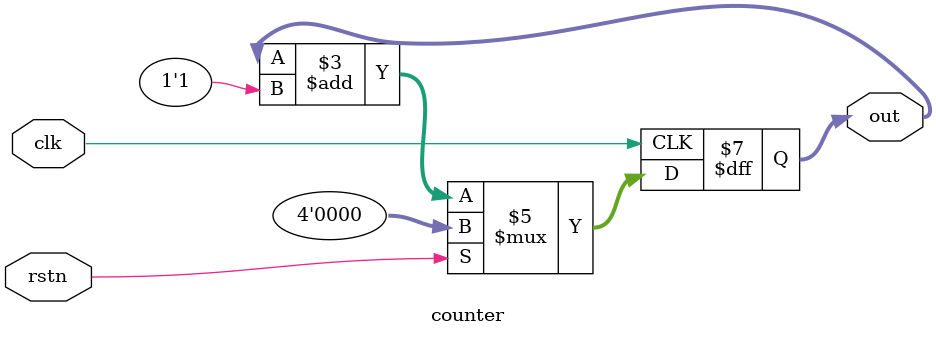
<source format=v>
module counter(clk,rstn,out);

    input clk,rstn;
    output reg [3:0]out;

//We build up counter 4 bit in which the the number will count and adds value with 1 so its only work on Posedge for addition 
// before implementing the logic we use always block for positive edge in which clk produce positve edge if reset no held

    always @ (posedge clk)
    begin
        if (rstn == 1'b1)
        begin
            out = 4'b0000;
        end    
        else
        begin
            out = out + 1'b1;
        end        
    end

endmodule
</source>
